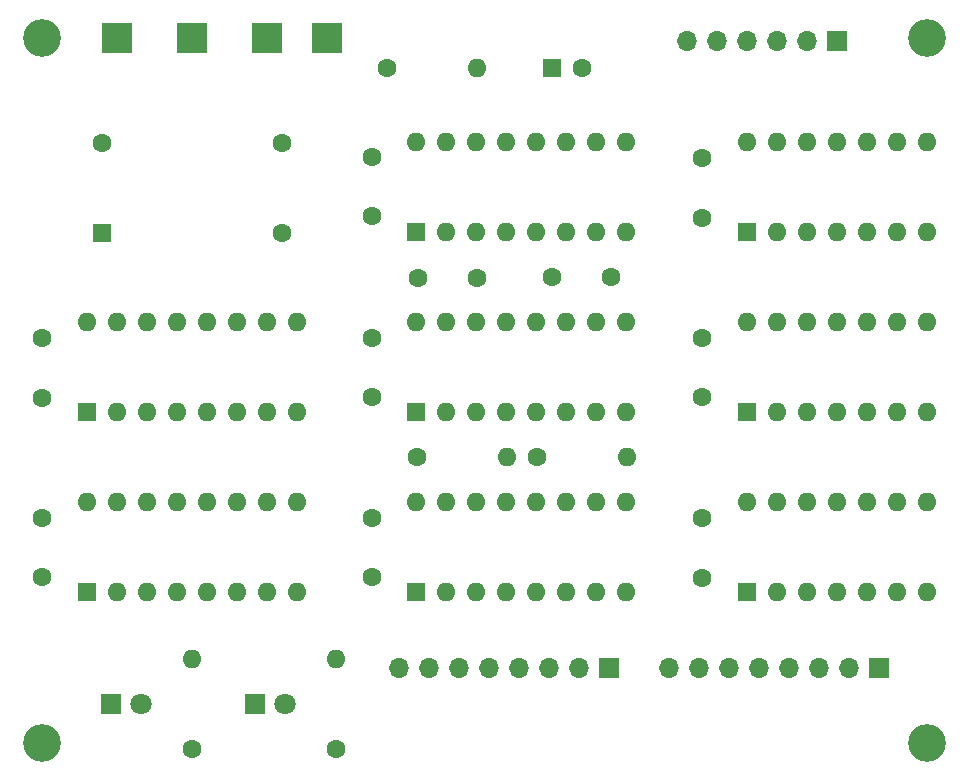
<source format=gbr>
%TF.GenerationSoftware,KiCad,Pcbnew,(6.0.9)*%
%TF.CreationDate,2023-08-16T20:18:11+02:00*%
%TF.ProjectId,sdcard-prototype,73646361-7264-42d7-9072-6f746f747970,rev?*%
%TF.SameCoordinates,Original*%
%TF.FileFunction,Soldermask,Bot*%
%TF.FilePolarity,Negative*%
%FSLAX46Y46*%
G04 Gerber Fmt 4.6, Leading zero omitted, Abs format (unit mm)*
G04 Created by KiCad (PCBNEW (6.0.9)) date 2023-08-16 20:18:11*
%MOMM*%
%LPD*%
G01*
G04 APERTURE LIST*
%ADD10R,2.500000X2.500000*%
%ADD11C,3.200000*%
%ADD12C,1.600000*%
%ADD13R,1.600000X1.600000*%
%ADD14O,1.600000X1.600000*%
%ADD15R,1.800000X1.800000*%
%ADD16C,1.800000*%
%ADD17R,1.700000X1.700000*%
%ADD18O,1.700000X1.700000*%
G04 APERTURE END LIST*
D10*
%TO.C,TP4*%
X49530000Y-38100000D03*
%TD*%
%TO.C,TP3*%
X54610000Y-38100000D03*
%TD*%
%TO.C,TP2*%
X43180000Y-38100000D03*
%TD*%
%TO.C,TP1*%
X36830000Y-38100000D03*
%TD*%
D11*
%TO.C,H1*%
X30480000Y-38100000D03*
%TD*%
D12*
%TO.C,C4*%
X86360000Y-83820000D03*
X86360000Y-78820000D03*
%TD*%
D13*
%TO.C,C3*%
X73660000Y-40640000D03*
D12*
X76160000Y-40640000D03*
%TD*%
D13*
%TO.C,U2*%
X62180000Y-85040000D03*
D14*
X64720000Y-85040000D03*
X67260000Y-85040000D03*
X69800000Y-85040000D03*
X72340000Y-85040000D03*
X74880000Y-85040000D03*
X77420000Y-85040000D03*
X79960000Y-85040000D03*
X79960000Y-77420000D03*
X77420000Y-77420000D03*
X74880000Y-77420000D03*
X72340000Y-77420000D03*
X69800000Y-77420000D03*
X67260000Y-77420000D03*
X64720000Y-77420000D03*
X62180000Y-77420000D03*
%TD*%
D13*
%TO.C,U8*%
X34280000Y-85080000D03*
D14*
X36820000Y-85080000D03*
X39360000Y-85080000D03*
X41900000Y-85080000D03*
X44440000Y-85080000D03*
X46980000Y-85080000D03*
X49520000Y-85080000D03*
X52060000Y-85080000D03*
X52060000Y-77460000D03*
X49520000Y-77460000D03*
X46980000Y-77460000D03*
X44440000Y-77460000D03*
X41900000Y-77460000D03*
X39360000Y-77460000D03*
X36820000Y-77460000D03*
X34280000Y-77460000D03*
%TD*%
D12*
%TO.C,R4*%
X62190000Y-73620000D03*
D14*
X69810000Y-73620000D03*
%TD*%
D11*
%TO.C,H4*%
X105410000Y-97790000D03*
%TD*%
D12*
%TO.C,C8*%
X58380000Y-53220000D03*
X58380000Y-48220000D03*
%TD*%
D13*
%TO.C,U1*%
X62180000Y-69800000D03*
D14*
X64720000Y-69800000D03*
X67260000Y-69800000D03*
X69800000Y-69800000D03*
X72340000Y-69800000D03*
X74880000Y-69800000D03*
X77420000Y-69800000D03*
X79960000Y-69800000D03*
X79960000Y-62180000D03*
X77420000Y-62180000D03*
X74880000Y-62180000D03*
X72340000Y-62180000D03*
X69800000Y-62180000D03*
X67260000Y-62180000D03*
X64720000Y-62180000D03*
X62180000Y-62180000D03*
%TD*%
D13*
%TO.C,U3*%
X90165000Y-54600000D03*
D14*
X92705000Y-54600000D03*
X95245000Y-54600000D03*
X97785000Y-54600000D03*
X100325000Y-54600000D03*
X102865000Y-54600000D03*
X105405000Y-54600000D03*
X105405000Y-46980000D03*
X102865000Y-46980000D03*
X100325000Y-46980000D03*
X97785000Y-46980000D03*
X95245000Y-46980000D03*
X92705000Y-46980000D03*
X90165000Y-46980000D03*
%TD*%
D15*
%TO.C,D2*%
X36317000Y-94488000D03*
D16*
X38857000Y-94488000D03*
%TD*%
D13*
%TO.C,U7*%
X34280000Y-69840000D03*
D14*
X36820000Y-69840000D03*
X39360000Y-69840000D03*
X41900000Y-69840000D03*
X44440000Y-69840000D03*
X46980000Y-69840000D03*
X49520000Y-69840000D03*
X52060000Y-69840000D03*
X52060000Y-62220000D03*
X49520000Y-62220000D03*
X46980000Y-62220000D03*
X44440000Y-62220000D03*
X41900000Y-62220000D03*
X39360000Y-62220000D03*
X36820000Y-62220000D03*
X34280000Y-62220000D03*
%TD*%
D12*
%TO.C,R2*%
X55372000Y-98298000D03*
D14*
X55372000Y-90678000D03*
%TD*%
D17*
%TO.C,J3*%
X97790000Y-38379000D03*
D18*
X95250000Y-38379000D03*
X92710000Y-38379000D03*
X90170000Y-38379000D03*
X87630000Y-38379000D03*
X85090000Y-38379000D03*
%TD*%
D12*
%TO.C,C10*%
X86360000Y-53340000D03*
X86360000Y-48340000D03*
%TD*%
%TO.C,C7*%
X58380000Y-83780000D03*
X58380000Y-78780000D03*
%TD*%
D13*
%TO.C,X1*%
X35560000Y-54610000D03*
D12*
X50800000Y-54610000D03*
X50800000Y-46990000D03*
X35560000Y-46990000D03*
%TD*%
%TO.C,C2*%
X73620000Y-58380000D03*
X78620000Y-58380000D03*
%TD*%
D17*
%TO.C,J2*%
X101346000Y-91465000D03*
D18*
X98806000Y-91465000D03*
X96266000Y-91465000D03*
X93726000Y-91465000D03*
X91186000Y-91465000D03*
X88646000Y-91465000D03*
X86106000Y-91465000D03*
X83566000Y-91465000D03*
%TD*%
D11*
%TO.C,H3*%
X30480000Y-97790000D03*
%TD*%
%TO.C,H2*%
X105410000Y-38100000D03*
%TD*%
D12*
%TO.C,C1*%
X67310000Y-58420000D03*
X62310000Y-58420000D03*
%TD*%
D13*
%TO.C,U4*%
X90165000Y-69840000D03*
D14*
X92705000Y-69840000D03*
X95245000Y-69840000D03*
X97785000Y-69840000D03*
X100325000Y-69840000D03*
X102865000Y-69840000D03*
X105405000Y-69840000D03*
X105405000Y-62220000D03*
X102865000Y-62220000D03*
X100325000Y-62220000D03*
X97785000Y-62220000D03*
X95245000Y-62220000D03*
X92705000Y-62220000D03*
X90165000Y-62220000D03*
%TD*%
D12*
%TO.C,C6*%
X30480000Y-83740000D03*
X30480000Y-78740000D03*
%TD*%
D17*
%TO.C,J1*%
X78486000Y-91440000D03*
D18*
X75946000Y-91440000D03*
X73406000Y-91440000D03*
X70866000Y-91440000D03*
X68326000Y-91440000D03*
X65786000Y-91440000D03*
X63246000Y-91440000D03*
X60706000Y-91440000D03*
%TD*%
D15*
%TO.C,D1*%
X48509000Y-94488000D03*
D16*
X51049000Y-94488000D03*
%TD*%
D12*
%TO.C,C11*%
X86360000Y-68540000D03*
X86360000Y-63540000D03*
%TD*%
%TO.C,C5*%
X58380000Y-68540000D03*
X58380000Y-63540000D03*
%TD*%
D13*
%TO.C,U5*%
X62180000Y-54560000D03*
D14*
X64720000Y-54560000D03*
X67260000Y-54560000D03*
X69800000Y-54560000D03*
X72340000Y-54560000D03*
X74880000Y-54560000D03*
X77420000Y-54560000D03*
X79960000Y-54560000D03*
X79960000Y-46940000D03*
X77420000Y-46940000D03*
X74880000Y-46940000D03*
X72340000Y-46940000D03*
X69800000Y-46940000D03*
X67260000Y-46940000D03*
X64720000Y-46940000D03*
X62180000Y-46940000D03*
%TD*%
D12*
%TO.C,C9*%
X30480000Y-68580000D03*
X30480000Y-63580000D03*
%TD*%
%TO.C,R1*%
X59690000Y-40640000D03*
D14*
X67310000Y-40640000D03*
%TD*%
D13*
%TO.C,U6*%
X90165000Y-85080000D03*
D14*
X92705000Y-85080000D03*
X95245000Y-85080000D03*
X97785000Y-85080000D03*
X100325000Y-85080000D03*
X102865000Y-85080000D03*
X105405000Y-85080000D03*
X105405000Y-77460000D03*
X102865000Y-77460000D03*
X100325000Y-77460000D03*
X97785000Y-77460000D03*
X95245000Y-77460000D03*
X92705000Y-77460000D03*
X90165000Y-77460000D03*
%TD*%
D12*
%TO.C,R3*%
X43180000Y-98298000D03*
D14*
X43180000Y-90678000D03*
%TD*%
D12*
%TO.C,R5*%
X72350000Y-73620000D03*
D14*
X79970000Y-73620000D03*
%TD*%
M02*

</source>
